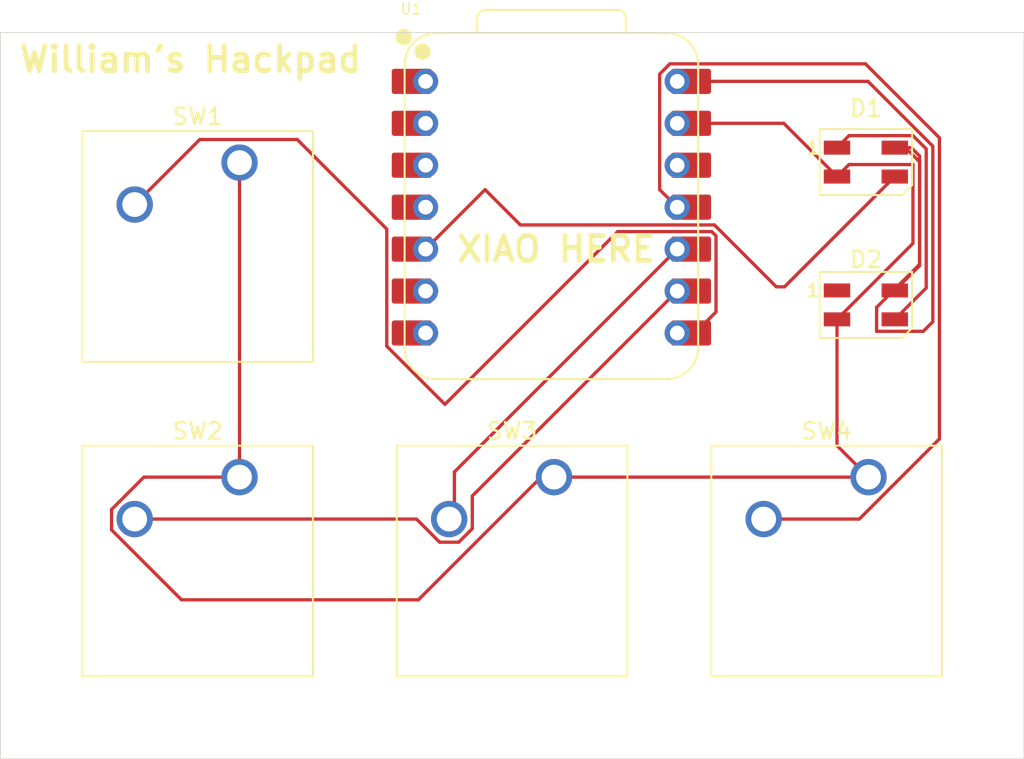
<source format=kicad_pcb>
(kicad_pcb (version 20241229) (generator "pcbnew") (generator_version "9.0")
  (layers (0 "F.Cu" signal) (2 "B.Cu" signal) (13 "F.Paste" user) (15 "B.Paste" user) (5 "F.SilkS" user "F.Silkscreen") (7 "B.SilkS" user "B.Silkscreen") (1 "F.Mask" user) (3 "B.Mask" user) (25 "Edge.Cuts" user))
  (net 0 "")
  (net 1 "GND")
  (net 2 "Net-(D1-DOUT)")
  (net 3 "Net-(D1-DIN)")
  (net 4 "+5V")
  (net 6 "Net-(U1-GPIO1{slash}RX)")
  (net 7 "Net-(U1-GPIO2{slash}SCK)")
  (net 8 "Net-(U1-GPIO4{slash}MISO)")
  (net 9 "Net-(U1-GPIO3{slash}MOSI)")
  (footprint "Button_Switch_Keyboard:SW_Cherry_MX_1.00u_PCB" (layer "F.Cu") (at 162.08375 94.9325)
    (property "Reference" "SW4" (at -2.54 -2.794 0) (layer "F.SilkS"))
    (property "Value" "SW_Push")
    (fp_line (start -9.525 -1.905) (end 4.445 -1.905) (stroke (width 0.12)) (layer "F.SilkS"))
    (fp_line (start -9.525 12.065) (end -9.525 -1.905) (stroke (width 0.12)) (layer "F.SilkS"))
    (fp_line (start 4.445 -1.905) (end 4.445 12.065) (stroke (width 0.12)) (layer "F.SilkS"))
    (fp_line (start 4.445 12.065) (end -9.525 12.065) (stroke (width 0.12)) (layer "F.SilkS"))
    (pad "" np_thru_hole circle (at -7.62 5.08) (size 1.7 1.7) (drill 1.7) (layers "*.Cu" "*.Mask"))
    (pad "" np_thru_hole circle (at -2.54 5.08) (size 4 4) (drill 4) (layers "*.Cu" "*.Mask"))
    (pad "" np_thru_hole circle (at 2.54 5.08) (size 1.7 1.7) (drill 1.7) (layers "*.Cu" "*.Mask"))
    (pad "1" thru_hole circle (at 0 0) (size 2.2 2.2) (drill 1.5) (layers "*.Cu" "*.Mask") (net 1 "GND"))
    (pad "2" thru_hole circle (at -6.35 2.54) (size 2.2 2.2) (drill 1.5) (layers "*.Cu" "*.Mask") (net 9 "Net-(U1-GPIO3{slash}MOSI)"))
  )
  (footprint "Button_Switch_Keyboard:SW_Cherry_MX_1.00u_PCB" (layer "F.Cu") (at 123.98375 94.9325)
    (property "Reference" "SW2" (at -2.54 -2.794 0) (layer "F.SilkS"))
    (property "Value" "SW_Push")
    (fp_line (start -9.525 -1.905) (end 4.445 -1.905) (stroke (width 0.12)) (layer "F.SilkS"))
    (fp_line (start -9.525 12.065) (end -9.525 -1.905) (stroke (width 0.12)) (layer "F.SilkS"))
    (fp_line (start 4.445 -1.905) (end 4.445 12.065) (stroke (width 0.12)) (layer "F.SilkS"))
    (fp_line (start 4.445 12.065) (end -9.525 12.065) (stroke (width 0.12)) (layer "F.SilkS"))
    (pad "" np_thru_hole circle (at -7.62 5.08) (size 1.7 1.7) (drill 1.7) (layers "*.Cu" "*.Mask"))
    (pad "" np_thru_hole circle (at -2.54 5.08) (size 4 4) (drill 4) (layers "*.Cu" "*.Mask"))
    (pad "" np_thru_hole circle (at 2.54 5.08) (size 1.7 1.7) (drill 1.7) (layers "*.Cu" "*.Mask"))
    (pad "1" thru_hole circle (at 0 0) (size 2.2 2.2) (drill 1.5) (layers "*.Cu" "*.Mask") (net 1 "GND"))
    (pad "2" thru_hole circle (at -6.35 2.54) (size 2.2 2.2) (drill 1.5) (layers "*.Cu" "*.Mask") (net 7 "Net-(U1-GPIO2{slash}SCK)"))
  )
  (footprint "Button_Switch_Keyboard:SW_Cherry_MX_1.00u_PCB" (layer "F.Cu") (at 123.98375 75.8825)
    (property "Reference" "SW1" (at -2.54 -2.794 0) (layer "F.SilkS"))
    (property "Value" "SW_Push")
    (fp_line (start -9.525 -1.905) (end 4.445 -1.905) (stroke (width 0.12)) (layer "F.SilkS"))
    (fp_line (start -9.525 12.065) (end -9.525 -1.905) (stroke (width 0.12)) (layer "F.SilkS"))
    (fp_line (start 4.445 -1.905) (end 4.445 12.065) (stroke (width 0.12)) (layer "F.SilkS"))
    (fp_line (start 4.445 12.065) (end -9.525 12.065) (stroke (width 0.12)) (layer "F.SilkS"))
    (pad "" np_thru_hole circle (at -7.62 5.08) (size 1.7 1.7) (drill 1.7) (layers "*.Cu" "*.Mask"))
    (pad "" np_thru_hole circle (at -2.54 5.08) (size 4 4) (drill 4) (layers "*.Cu" "*.Mask"))
    (pad "" np_thru_hole circle (at 2.54 5.08) (size 1.7 1.7) (drill 1.7) (layers "*.Cu" "*.Mask"))
    (pad "1" thru_hole circle (at 0 0) (size 2.2 2.2) (drill 1.5) (layers "*.Cu" "*.Mask") (net 1 "GND"))
    (pad "2" thru_hole circle (at -6.35 2.54) (size 2.2 2.2) (drill 1.5) (layers "*.Cu" "*.Mask") (net 6 "Net-(U1-GPIO1{slash}RX)"))
  )
  (footprint "Button_Switch_Keyboard:SW_Cherry_MX_1.00u_PCB" (layer "F.Cu") (at 143.03375 94.9325)
    (property "Reference" "SW3" (at -2.54 -2.794 0) (layer "F.SilkS"))
    (property "Value" "SW_Push")
    (fp_line (start -9.525 -1.905) (end 4.445 -1.905) (stroke (width 0.12)) (layer "F.SilkS"))
    (fp_line (start -9.525 12.065) (end -9.525 -1.905) (stroke (width 0.12)) (layer "F.SilkS"))
    (fp_line (start 4.445 -1.905) (end 4.445 12.065) (stroke (width 0.12)) (layer "F.SilkS"))
    (fp_line (start 4.445 12.065) (end -9.525 12.065) (stroke (width 0.12)) (layer "F.SilkS"))
    (pad "" np_thru_hole circle (at -7.62 5.08) (size 1.7 1.7) (drill 1.7) (layers "*.Cu" "*.Mask"))
    (pad "" np_thru_hole circle (at -2.54 5.08) (size 4 4) (drill 4) (layers "*.Cu" "*.Mask"))
    (pad "" np_thru_hole circle (at 2.54 5.08) (size 1.7 1.7) (drill 1.7) (layers "*.Cu" "*.Mask"))
    (pad "1" thru_hole circle (at 0 0) (size 2.2 2.2) (drill 1.5) (layers "*.Cu" "*.Mask") (net 1 "GND"))
    (pad "2" thru_hole circle (at -6.35 2.54) (size 2.2 2.2) (drill 1.5) (layers "*.Cu" "*.Mask") (net 8 "Net-(U1-GPIO4{slash}MISO)"))
  )
  (footprint "LED_SMD:LED_SK6812MINI_PLCC4_3.5x3.5mm_P1.75mm" (layer "F.Cu") (at 161.925 75.85)
    (property "Reference" "D1" (at 0 -3.25625 0) (layer "F.SilkS"))
    (property "Value" "SK6812MINI")
    (fp_line (start -2.8 -2) (end -2.8 2) (stroke (width 0.12)) (layer "F.SilkS"))
    (fp_line (start -2.8 -2) (end 2.8 -2) (stroke (width 0.12)) (layer "F.SilkS"))
    (fp_line (start -2.8 2) (end 2.2 2) (stroke (width 0.12)) (layer "F.SilkS"))
    (fp_line (start 2.8 1.4) (end 2.2 2) (stroke (width 0.12)) (layer "F.SilkS"))
    (fp_line (start 2.8 1.4) (end 2.8 -2) (stroke (width 0.12)) (layer "F.SilkS"))
    (fp_text user "1" (at -3.2 -0.875 0) (layer "F.SilkS") (effects (font (size 0.8 0.8))))
    (pad "1" smd rect (at -1.75 -0.875) (size 1.6 0.85) (layers "F.Cu" "F.Mask" "F.Paste") (net 2 "Net-(D1-DOUT)"))
    (pad "2" smd rect (at -1.75 0.875) (size 1.6 0.85) (layers "F.Cu" "F.Mask" "F.Paste") (net 1 "GND"))
    (pad "3" smd rect (at 1.75 0.875) (size 1.6 0.85) (layers "F.Cu" "F.Mask" "F.Paste") (net 3 "Net-(D1-DIN)"))
    (pad "4" smd rect (at 1.75 -0.875) (size 1.6 0.85) (layers "F.Cu" "F.Mask" "F.Paste") (net 4 "+5V"))
  )
  (footprint "XIAO:XIAO-RP2040-DIP" (layer "F.Cu") (at 142.875 78.58125)
    (property "Reference" "U1" (at -8.5 -12 0) (layer "F.SilkS") (effects (font (size 0.635 0.635) (thickness 0.1016))))
    (property "Value" "XIAO-RP2040-DIP")
    (fp_line (start -8.89 8.509) (end -8.89 -8.636) (stroke (width 0.127)) (layer "F.SilkS"))
    (fp_line (start -6.985 10.414) (end 6.985 10.414) (stroke (width 0.127)) (layer "F.SilkS"))
    (fp_line (start -4.495 -10.541) (end -4.491272 -11.451272) (stroke (width 0.127)) (layer "F.SilkS"))
    (fp_line (start -3.991272 -11.951) (end 4.004 -11.951) (stroke (width 0.127)) (layer "F.SilkS"))
    (fp_line (start 4.504 -11.451) (end 4.504 -10.541) (stroke (width 0.127)) (layer "F.SilkS"))
    (fp_line (start 6.985 -10.541) (end -6.985 -10.541) (stroke (width 0.1)) (layer "F.SilkS"))
    (fp_line (start 6.985 -10.541) (end -6.985 -10.541) (stroke (width 0.127)) (layer "F.SilkS"))
    (fp_line (start 8.89 8.509) (end 8.89 -8.636) (stroke (width 0.127)) (layer "F.SilkS"))
    (fp_arc (start -8.89 -8.636) (mid -8.332038 -9.983038) (end -6.985 -10.541) (stroke (width 0.127)) (layer "F.SilkS"))
    (fp_arc (start -6.985 10.414) (mid -8.332038 9.856038) (end -8.89 8.509) (stroke (width 0.127)) (layer "F.SilkS"))
    (fp_arc (start -4.491272 -11.451272) (mid -4.344728 -11.80464) (end -3.991272 -11.951) (stroke (width 0.127)) (layer "F.SilkS"))
    (fp_arc (start 4.004 -11.951) (mid 4.357553 -11.804553) (end 4.504 -11.451) (stroke (width 0.127)) (layer "F.SilkS"))
    (fp_arc (start 6.985 -10.541) (mid 8.332038 -9.983038) (end 8.89 -8.636) (stroke (width 0.127)) (layer "F.SilkS"))
    (fp_arc (start 8.89 8.509) (mid 8.332038 9.856038) (end 6.985 10.414) (stroke (width 0.127)) (layer "F.SilkS"))
    (fp_circle (center -8.95 -10.3) (end -8.95 -10.554) (stroke (width 0.5)) (fill yes) (layer "F.SilkS"))
    (fp_circle (center -7.807 -9.42) (end -7.807 -9.674) (stroke (width 0.5)) (fill yes) (layer "F.SilkS"))
    (pad "1" smd roundrect (at -8.455 -7.62 180) (size 2.432 1.524) (layers "F.Cu" "F.Mask") (roundrect_rratio 0.1))
    (pad "1" thru_hole circle (at -7.62 -7.62 180) (size 1.524 1.524) (drill 0.889) (layers "*.Cu" "*.Mask"))
    (pad "2" smd roundrect (at -8.455 -5.08 180) (size 2.432 1.524) (layers "F.Cu" "F.Mask") (roundrect_rratio 0.1))
    (pad "2" thru_hole circle (at -7.62 -5.08 180) (size 1.524 1.524) (drill 0.889) (layers "*.Cu" "*.Mask"))
    (pad "3" smd roundrect (at -8.455 -2.54 180) (size 2.432 1.524) (layers "F.Cu" "F.Mask") (roundrect_rratio 0.1))
    (pad "3" thru_hole circle (at -7.62 -2.54 180) (size 1.524 1.524) (drill 0.889) (layers "*.Cu" "*.Mask"))
    (pad "4" smd roundrect (at -8.455 0 180) (size 2.432 1.524) (layers "F.Cu" "F.Mask") (roundrect_rratio 0.1))
    (pad "4" thru_hole circle (at -7.62 0 180) (size 1.524 1.524) (drill 0.889) (layers "*.Cu" "*.Mask"))
    (pad "5" smd roundrect (at -8.455 2.54 180) (size 2.432 1.524) (layers "F.Cu" "F.Mask") (roundrect_rratio 0.1) (net 3 "Net-(D1-DIN)"))
    (pad "5" thru_hole circle (at -7.62 2.54 180) (size 1.524 1.524) (drill 0.889) (layers "*.Cu" "*.Mask") (net 3 "Net-(D1-DIN)"))
    (pad "6" smd roundrect (at -8.455 5.08 180) (size 2.432 1.524) (layers "F.Cu" "F.Mask") (roundrect_rratio 0.1))
    (pad "6" thru_hole circle (at -7.62 5.08 180) (size 1.524 1.524) (drill 0.889) (layers "*.Cu" "*.Mask"))
    (pad "7" smd roundrect (at -8.455 7.62 180) (size 2.432 1.524) (layers "F.Cu" "F.Mask") (roundrect_rratio 0.1))
    (pad "7" thru_hole circle (at -7.62 7.62 180) (size 1.524 1.524) (drill 0.889) (layers "*.Cu" "*.Mask"))
    (pad "8" thru_hole circle (at 7.62 7.62) (size 1.524 1.524) (drill 0.889) (layers "*.Cu" "*.Mask") (net 6 "Net-(U1-GPIO1{slash}RX)"))
    (pad "8" smd roundrect (at 8.455 7.62) (size 2.432 1.524) (layers "F.Cu" "F.Mask") (roundrect_rratio 0.1) (net 6 "Net-(U1-GPIO1{slash}RX)"))
    (pad "9" thru_hole circle (at 7.62 5.08) (size 1.524 1.524) (drill 0.889) (layers "*.Cu" "*.Mask") (net 7 "Net-(U1-GPIO2{slash}SCK)"))
    (pad "9" smd roundrect (at 8.455 5.08) (size 2.432 1.524) (layers "F.Cu" "F.Mask") (roundrect_rratio 0.1) (net 7 "Net-(U1-GPIO2{slash}SCK)"))
    (pad "10" thru_hole circle (at 7.62 2.54) (size 1.524 1.524) (drill 0.889) (layers "*.Cu" "*.Mask") (net 8 "Net-(U1-GPIO4{slash}MISO)"))
    (pad "10" smd roundrect (at 8.455 2.54) (size 2.432 1.524) (layers "F.Cu" "F.Mask") (roundrect_rratio 0.1) (net 8 "Net-(U1-GPIO4{slash}MISO)"))
    (pad "11" thru_hole circle (at 7.62 0) (size 1.524 1.524) (drill 0.889) (layers "*.Cu" "*.Mask") (net 9 "Net-(U1-GPIO3{slash}MOSI)"))
    (pad "11" smd roundrect (at 8.455 0) (size 2.432 1.524) (layers "F.Cu" "F.Mask") (roundrect_rratio 0.1) (net 9 "Net-(U1-GPIO3{slash}MOSI)"))
    (pad "12" thru_hole circle (at 7.62 -2.54) (size 1.524 1.524) (drill 0.889) (layers "*.Cu" "*.Mask"))
    (pad "12" smd roundrect (at 8.455 -2.54) (size 2.432 1.524) (layers "F.Cu" "F.Mask") (roundrect_rratio 0.1))
    (pad "13" thru_hole circle (at 7.62 -5.08) (size 1.524 1.524) (drill 0.889) (layers "*.Cu" "*.Mask") (net 1 "GND"))
    (pad "13" smd roundrect (at 8.455 -5.08) (size 2.432 1.524) (layers "F.Cu" "F.Mask") (roundrect_rratio 0.1) (net 1 "GND"))
    (pad "14" thru_hole circle (at 7.62 -7.62) (size 1.524 1.524) (drill 0.889) (layers "*.Cu" "*.Mask") (net 4 "+5V"))
    (pad "14" smd roundrect (at 8.455 -7.62) (size 2.432 1.524) (layers "F.Cu" "F.Mask") (roundrect_rratio 0.1) (net 4 "+5V"))
  )
  (footprint "LED_SMD:LED_SK6812MINI_PLCC4_3.5x3.5mm_P1.75mm" (layer "F.Cu") (at 161.925 84.5)
    (property "Reference" "D2" (at 0 -2.75 0) (layer "F.SilkS"))
    (property "Value" "SK6812MINI")
    (fp_line (start -2.8 -2) (end -2.8 2) (stroke (width 0.12)) (layer "F.SilkS"))
    (fp_line (start -2.8 -2) (end 2.8 -2) (stroke (width 0.12)) (layer "F.SilkS"))
    (fp_line (start -2.8 2) (end 2.2 2) (stroke (width 0.12)) (layer "F.SilkS"))
    (fp_line (start 2.8 1.4) (end 2.2 2) (stroke (width 0.12)) (layer "F.SilkS"))
    (fp_line (start 2.8 1.4) (end 2.8 -2) (stroke (width 0.12)) (layer "F.SilkS"))
    (fp_text user "1" (at -3.2 -0.875 0) (layer "F.SilkS") (effects (font (size 0.8 0.8))))
    (pad "1" smd rect (at -1.75 -0.875) (size 1.6 0.85) (layers "F.Cu" "F.Mask" "F.Paste"))
    (pad "2" smd rect (at -1.75 0.875) (size 1.6 0.85) (layers "F.Cu" "F.Mask" "F.Paste") (net 1 "GND"))
    (pad "3" smd rect (at 1.75 0.875) (size 1.6 0.85) (layers "F.Cu" "F.Mask" "F.Paste") (net 2 "Net-(D1-DOUT)"))
    (pad "4" smd rect (at 1.75 -0.875) (size 1.6 0.85) (layers "F.Cu" "F.Mask" "F.Paste") (net 4 "+5V"))
  )
  (gr_rect (start 109.5 68) (end 171.5 112) (stroke (width 0.05)) (fill no) (layer "Edge.Cuts"))
  (gr_text "William's Hackpad" (at 110.5 70.5 0) (layer "F.SilkS") (effects (font (size 1.5 1.5) (thickness 0.3) (bold yes)) (justify left bottom)))
  (gr_text "XIAO HERE" (at 137 82 0) (layer "F.SilkS") (effects (font (size 1.5 1.5) (thickness 0.3) (bold yes)) (justify left bottom)))
  (segment (start 116.23275 96.892186) (end 118.192436 94.9325) (width 0.2) (layer "F.Cu") (net 1))
  (segment (start 160.175 76.725) (end 160.901 75.999) (width 0.2) (layer "F.Cu") (net 1))
  (segment (start 164.776 80.774) (end 160.175 85.375) (width 0.2) (layer "F.Cu") (net 1))
  (segment (start 164.776 75.999) (end 164.776 80.774) (width 0.2) (layer "F.Cu") (net 1))
  (segment (start 160.901 75.999) (end 164.776 75.999) (width 0.2) (layer "F.Cu") (net 1))
  (segment (start 123.98375 94.9325) (end 123.98375 75.8825) (width 0.2) (layer "F.Cu") (net 1))
  (segment (start 160.175 76.725) (end 156.95125 73.50125) (width 0.2) (layer "F.Cu") (net 1))
  (segment (start 118.192436 94.9325) (end 123.98375 94.9325) (width 0.2) (layer "F.Cu") (net 1))
  (segment (start 142.248934 94.9325) (end 134.817934 102.3635) (width 0.2) (layer "F.Cu") (net 1))
  (segment (start 143.03375 94.9325) (end 142.248934 94.9325) (width 0.2) (layer "F.Cu") (net 1))
  (segment (start 160.175 85.375) (end 160.175 93.02375) (width 0.2) (layer "F.Cu") (net 1))
  (segment (start 134.817934 102.3635) (end 120.469934 102.3635) (width 0.2) (layer "F.Cu") (net 1))
  (segment (start 162.08375 94.9325) (end 143.03375 94.9325) (width 0.2) (layer "F.Cu") (net 1))
  (segment (start 156.95125 73.50125) (end 150.495 73.50125) (width 0.2) (layer "F.Cu") (net 1))
  (segment (start 160.175 93.02375) (end 162.08375 94.9325) (width 0.2) (layer "F.Cu") (net 1))
  (segment (start 116.23275 98.126316) (end 116.23275 96.892186) (width 0.2) (layer "F.Cu") (net 1))
  (segment (start 120.469934 102.3635) (end 116.23275 98.126316) (width 0.2) (layer "F.Cu") (net 1))
  (segment (start 160.175 74.975) (end 160.901 74.249) (width 0.2) (layer "F.Cu") (net 2))
  (segment (start 160.901 74.249) (end 164.776 74.249) (width 0.2) (layer "F.Cu") (net 2))
  (segment (start 164.776 74.249) (end 165.578 75.051) (width 0.2) (layer "F.Cu") (net 2))
  (segment (start 165.578 83.472) (end 163.675 85.375) (width 0.2) (layer "F.Cu") (net 2))
  (segment (start 165.578 75.051) (end 165.578 83.472) (width 0.2) (layer "F.Cu") (net 2))
  (segment (start 138.858 77.51825) (end 135.255 81.12125) (width 0.2) (layer "F.Cu") (net 3))
  (segment (start 156.994476 83.405524) (end 163.675 76.725) (width 0.2) (layer "F.Cu") (net 3))
  (segment (start 138.858 77.51825) (end 140.997 79.65725) (width 0.2) (layer "F.Cu") (net 3))
  (segment (start 152.751726 79.65725) (end 156.5 83.405524) (width 0.2) (layer "F.Cu") (net 3))
  (segment (start 140.997 79.65725) (end 152.751726 79.65725) (width 0.2) (layer "F.Cu") (net 3))
  (segment (start 156.5 83.405524) (end 156.994476 83.405524) (width 0.2) (layer "F.Cu") (net 3))
  (segment (start 162.574 84.649) (end 162.574 86.101) (width 0.2) (layer "F.Cu") (net 4))
  (segment (start 165.177 82.123) (end 163.675 83.625) (width 0.2) (layer "F.Cu") (net 4))
  (segment (start 165.177 82.046) (end 162.574 84.649) (width 0.2) (layer "F.Cu") (net 4))
  (segment (start 162.574 86.101) (end 165.399 86.101) (width 0.2) (layer "F.Cu") (net 4))
  (segment (start 164.675 74.975) (end 165.177 75.477) (width 0.2) (layer "F.Cu") (net 4))
  (segment (start 164.3191 74.975) (end 165.177 75.8329) (width 0.2) (layer "F.Cu") (net 4))
  (segment (start 163.675 74.975) (end 164.675 74.975) (width 0.2) (layer "F.Cu") (net 4))
  (segment (start 165.399 86.101) (end 165.979 85.521) (width 0.2) (layer "F.Cu") (net 4))
  (segment (start 163.675 74.975) (end 164.3191 74.975) (width 0.2) (layer "F.Cu") (net 4))
  (segment (start 165.177 75.477) (end 165.177 82.046) (width 0.2) (layer "F.Cu") (net 4))
  (segment (start 162.05535 70.96125) (end 150.495 70.96125) (width 0.2) (layer "F.Cu") (net 4))
  (segment (start 165.979 74.8849) (end 162.05535 70.96125) (width 0.2) (layer "F.Cu") (net 4))
  (segment (start 165.177 75.8329) (end 165.177 82.123) (width 0.2) (layer "F.Cu") (net 4))
  (segment (start 165.979 85.521) (end 165.979 74.8849) (width 0.2) (layer "F.Cu") (net 4))
  (segment (start 151.57263 86.20125) (end 150.495 86.20125) (width 0.2) (layer "F.Cu") (net 6))
  (segment (start 132.903 79.903) (end 132.903 87.002876) (width 0.2) (layer "F.Cu") (net 6))
  (segment (start 146.891024 80.05825) (end 152.585626 80.05825) (width 0.2) (layer "F.Cu") (net 6))
  (segment (start 117.63375 78.4225) (end 121.57475 74.4815) (width 0.2) (layer "F.Cu") (net 6))
  (segment (start 132.903 87.002876) (end 136.424699 90.524575) (width 0.2) (layer "F.Cu") (net 6))
  (segment (start 152.585626 80.05825) (end 152.847 80.319624) (width 0.2) (layer "F.Cu") (net 6))
  (segment (start 121.57475 74.4815) (end 127.4815 74.4815) (width 0.2) (layer "F.Cu") (net 6))
  (segment (start 152.847 80.319624) (end 152.847 84.92688) (width 0.2) (layer "F.Cu") (net 6))
  (segment (start 152.847 84.92688) (end 151.57263 86.20125) (width 0.2) (layer "F.Cu") (net 6))
  (segment (start 127.4815 74.4815) (end 132.903 79.903) (width 0.2) (layer "F.Cu") (net 6))
  (segment (start 136.424699 90.524575) (end 146.891024 80.05825) (width 0.2) (layer "F.Cu") (net 6))
  (segment (start 137.264064 98.8735) (end 138.08475 98.052814) (width 0.2) (layer "F.Cu") (net 7))
  (segment (start 138.08475 98.052814) (end 138.08475 96.0715) (width 0.2) (layer "F.Cu") (net 7))
  (segment (start 138.08475 96.0715) (end 150.495 83.66125) (width 0.2) (layer "F.Cu") (net 7))
  (segment (start 117.63375 97.4725) (end 134.702436 97.4725) (width 0.2) (layer "F.Cu") (net 7))
  (segment (start 136.103436 98.8735) (end 137.264064 98.8735) (width 0.2) (layer "F.Cu") (net 7))
  (segment (start 134.702436 97.4725) (end 136.103436 98.8735) (width 0.2) (layer "F.Cu") (net 7))
  (segment (start 137 94.61625) (end 150.495 81.12125) (width 0.2) (layer "F.Cu") (net 8))
  (segment (start 137 97.5) (end 137 94.61625) (width 0.2) (layer "F.Cu") (net 8))
  (segment (start 136.9725 97.4725) (end 137 97.5) (width 0.2) (layer "F.Cu") (net 8))
  (segment (start 136.68375 97.4725) (end 136.9725 97.4725) (width 0.2) (layer "F.Cu") (net 8))
  (segment (start 155.73375 97.4725) (end 161.525064 97.4725) (width 0.2) (layer "F.Cu") (net 9))
  (segment (start 149.432 70.52094) (end 149.432 77.51825) (width 0.2) (layer "F.Cu") (net 9))
  (segment (start 166.38 74.38) (end 161.89825 69.89825) (width 0.2) (layer "F.Cu") (net 9))
  (segment (start 166.38 92.617564) (end 166.38 74.38) (width 0.2) (layer "F.Cu") (net 9))
  (segment (start 150.05469 69.89825) (end 149.432 70.52094) (width 0.2) (layer "F.Cu") (net 9))
  (segment (start 161.89825 69.89825) (end 150.05469 69.89825) (width 0.2) (layer "F.Cu") (net 9))
  (segment (start 149.432 77.51825) (end 150.495 78.58125) (width 0.2) (layer "F.Cu") (net 9))
  (segment (start 161.525064 97.4725) (end 166.38 92.617564) (width 0.2) (layer "F.Cu") (net 9))
)
</source>
